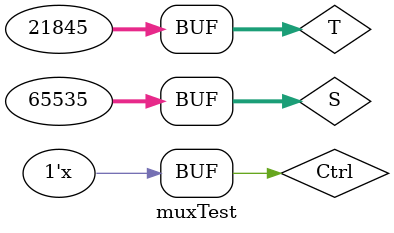
<source format=v>
`timescale 1ns / 1ps


module muxTest;

	// Inputs
	reg [31:0] S;
	reg [31:0] T;
	reg Ctrl;

	// Outputs
	wire [31:0] Res;

	// Instantiate the Unit Under Test (UUT)
	DataSelector uut (
		.S(S), 
		.T(T), 
		.Ctrl(Ctrl), 
		.Res(Res)
	);
	
	always begin
		#5
		Ctrl = Ctrl + 1'b1;
	end

	initial begin
		// Initialize Inputs
		S = 32'hffff;
		T = 32'h5555;
		Ctrl = 0;

		// Wait 100 ns for global reset to finish
		#100;
        
		// Add stimulus here

	end
      
endmodule


</source>
